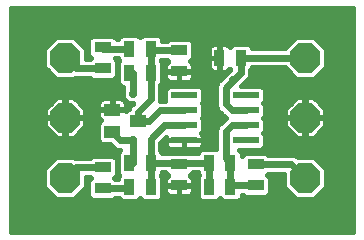
<source format=gtl>
G75*
%MOIN*%
%OFA0B0*%
%FSLAX25Y25*%
%IPPOS*%
%LPD*%
%AMOC8*
5,1,8,0,0,1.08239X$1,22.5*
%
%ADD10R,0.05512X0.03937*%
%ADD11OC8,0.10000*%
%ADD12R,0.08661X0.02362*%
%ADD13R,0.05512X0.03543*%
%ADD14R,0.03543X0.05512*%
%ADD15C,0.01600*%
%ADD16OC8,0.02375*%
%ADD17C,0.02400*%
D10*
X0048396Y0037460D03*
X0057058Y0041200D03*
X0048396Y0044940D03*
D11*
X0032727Y0042200D03*
X0032727Y0022200D03*
X0032727Y0062200D03*
X0112727Y0062200D03*
X0112727Y0042200D03*
X0112727Y0022200D03*
D12*
X0092963Y0034700D03*
X0092963Y0039700D03*
X0092963Y0044700D03*
X0092963Y0049700D03*
X0072491Y0049700D03*
X0072491Y0044700D03*
X0072491Y0039700D03*
X0072491Y0034700D03*
D13*
X0070727Y0026743D03*
X0070727Y0019657D03*
X0096227Y0019657D03*
X0096227Y0026743D03*
X0070727Y0057657D03*
X0070727Y0064743D03*
X0045227Y0065743D03*
X0045227Y0058657D03*
X0045227Y0025743D03*
X0045227Y0018657D03*
D14*
X0054184Y0019200D03*
X0061270Y0019200D03*
X0061270Y0027200D03*
X0054184Y0027200D03*
X0080684Y0027200D03*
X0087770Y0027200D03*
X0087770Y0019200D03*
X0080684Y0019200D03*
X0061270Y0057200D03*
X0054184Y0057200D03*
X0054184Y0065200D03*
X0061270Y0065200D03*
X0084184Y0062200D03*
X0091270Y0062200D03*
D15*
X0014727Y0078940D02*
X0014727Y0004200D01*
X0128837Y0004200D01*
X0128837Y0078940D01*
X0014727Y0078940D01*
X0014727Y0078929D02*
X0128837Y0078929D01*
X0128837Y0077330D02*
X0014727Y0077330D01*
X0014727Y0075732D02*
X0128837Y0075732D01*
X0128837Y0074133D02*
X0014727Y0074133D01*
X0014727Y0072534D02*
X0128837Y0072534D01*
X0128837Y0070936D02*
X0014727Y0070936D01*
X0014727Y0069337D02*
X0041465Y0069337D01*
X0041643Y0069515D02*
X0040471Y0068343D01*
X0040471Y0063143D01*
X0041414Y0062200D01*
X0041071Y0061857D01*
X0039727Y0061857D01*
X0039727Y0065099D01*
X0035627Y0069200D01*
X0029828Y0069200D01*
X0025727Y0065099D01*
X0025727Y0059301D01*
X0029828Y0055200D01*
X0035627Y0055200D01*
X0035883Y0055457D01*
X0041071Y0055457D01*
X0041643Y0054885D01*
X0048811Y0054885D01*
X0049983Y0056057D01*
X0049983Y0061257D01*
X0049240Y0062000D01*
X0050412Y0062000D01*
X0050412Y0061616D01*
X0050828Y0061200D01*
X0050412Y0060784D01*
X0050412Y0053616D01*
X0051584Y0052444D01*
X0052027Y0052444D01*
X0052027Y0049563D01*
X0052040Y0049533D01*
X0052040Y0048880D01*
X0052502Y0048418D01*
X0052514Y0048387D01*
X0053414Y0047487D01*
X0053445Y0047475D01*
X0053907Y0047013D01*
X0054560Y0047013D01*
X0054591Y0047000D01*
X0055242Y0047000D01*
X0054345Y0046103D01*
X0053958Y0045168D01*
X0053473Y0045168D01*
X0052952Y0044647D01*
X0052952Y0044756D01*
X0048581Y0044756D01*
X0048581Y0045124D01*
X0052952Y0045124D01*
X0052952Y0047146D01*
X0052830Y0047603D01*
X0052593Y0048014D01*
X0052257Y0048349D01*
X0051847Y0048586D01*
X0051389Y0048709D01*
X0048581Y0048709D01*
X0048581Y0045124D01*
X0048212Y0045124D01*
X0048212Y0044756D01*
X0043840Y0044756D01*
X0043840Y0042735D01*
X0043963Y0042277D01*
X0044200Y0041866D01*
X0044535Y0041531D01*
X0044776Y0041392D01*
X0043640Y0040257D01*
X0043640Y0034663D01*
X0044812Y0033491D01*
X0047839Y0033491D01*
X0049344Y0031987D01*
X0050520Y0031500D01*
X0051128Y0031500D01*
X0050412Y0030784D01*
X0050412Y0023616D01*
X0050828Y0023200D01*
X0050412Y0022784D01*
X0050412Y0021857D01*
X0049383Y0021857D01*
X0049040Y0022200D01*
X0049983Y0023143D01*
X0049983Y0028343D01*
X0048811Y0029515D01*
X0041643Y0029515D01*
X0041071Y0028943D01*
X0035883Y0028943D01*
X0035627Y0029200D01*
X0029828Y0029200D01*
X0025727Y0025099D01*
X0025727Y0019301D01*
X0029828Y0015200D01*
X0035627Y0015200D01*
X0039727Y0019301D01*
X0039727Y0022543D01*
X0041071Y0022543D01*
X0041414Y0022200D01*
X0040471Y0021257D01*
X0040471Y0016057D01*
X0041643Y0014885D01*
X0048811Y0014885D01*
X0049383Y0015457D01*
X0050571Y0015457D01*
X0051584Y0014444D01*
X0056784Y0014444D01*
X0057727Y0015387D01*
X0058670Y0014444D01*
X0063870Y0014444D01*
X0065042Y0015616D01*
X0065042Y0022784D01*
X0064626Y0023200D01*
X0065042Y0023616D01*
X0065042Y0024000D01*
X0066114Y0024000D01*
X0067107Y0023008D01*
X0066866Y0022869D01*
X0066531Y0022534D01*
X0066294Y0022123D01*
X0066171Y0021665D01*
X0066171Y0019743D01*
X0070641Y0019743D01*
X0070641Y0019571D01*
X0066171Y0019571D01*
X0066171Y0017648D01*
X0066294Y0017190D01*
X0066531Y0016780D01*
X0066866Y0016445D01*
X0067276Y0016208D01*
X0067734Y0016085D01*
X0070641Y0016085D01*
X0070641Y0019571D01*
X0070813Y0019571D01*
X0070813Y0019743D01*
X0075283Y0019743D01*
X0075283Y0021665D01*
X0075160Y0022123D01*
X0074923Y0022534D01*
X0074588Y0022869D01*
X0074347Y0023008D01*
X0075340Y0024000D01*
X0076912Y0024000D01*
X0076912Y0023616D01*
X0077328Y0023200D01*
X0076912Y0022784D01*
X0076912Y0015616D01*
X0078084Y0014444D01*
X0083284Y0014444D01*
X0084227Y0015387D01*
X0085170Y0014444D01*
X0090370Y0014444D01*
X0091542Y0015616D01*
X0091542Y0016457D01*
X0092071Y0016457D01*
X0092643Y0015885D01*
X0099811Y0015885D01*
X0100983Y0017057D01*
X0100983Y0022257D01*
X0100040Y0023200D01*
X0100383Y0023543D01*
X0105727Y0023543D01*
X0105727Y0019301D01*
X0109828Y0015200D01*
X0115627Y0015200D01*
X0119727Y0019301D01*
X0119727Y0025099D01*
X0115627Y0029200D01*
X0110253Y0029200D01*
X0109996Y0029456D01*
X0108820Y0029943D01*
X0100383Y0029943D01*
X0099811Y0030515D01*
X0092643Y0030515D01*
X0091542Y0029414D01*
X0091542Y0030784D01*
X0090807Y0031519D01*
X0098122Y0031519D01*
X0099294Y0032690D01*
X0099294Y0036710D01*
X0098803Y0037200D01*
X0099294Y0037690D01*
X0099294Y0041710D01*
X0098803Y0042200D01*
X0099294Y0042690D01*
X0099294Y0046710D01*
X0098803Y0047200D01*
X0099294Y0047690D01*
X0099294Y0051710D01*
X0098122Y0052881D01*
X0091434Y0052881D01*
X0093983Y0055431D01*
X0094470Y0056607D01*
X0094470Y0058044D01*
X0095042Y0058616D01*
X0095042Y0059000D01*
X0106028Y0059000D01*
X0109828Y0055200D01*
X0115627Y0055200D01*
X0119727Y0059301D01*
X0119727Y0065099D01*
X0115627Y0069200D01*
X0109828Y0069200D01*
X0106028Y0065400D01*
X0095042Y0065400D01*
X0095042Y0065784D01*
X0093870Y0066956D01*
X0088670Y0066956D01*
X0087535Y0065820D01*
X0087396Y0066061D01*
X0087061Y0066396D01*
X0086650Y0066633D01*
X0086192Y0066756D01*
X0084270Y0066756D01*
X0084270Y0062286D01*
X0084098Y0062286D01*
X0084098Y0066756D01*
X0082175Y0066756D01*
X0081717Y0066633D01*
X0081307Y0066396D01*
X0080972Y0066061D01*
X0080735Y0065651D01*
X0080612Y0065193D01*
X0080612Y0062286D01*
X0084098Y0062286D01*
X0084098Y0062114D01*
X0084270Y0062114D01*
X0084270Y0057644D01*
X0086192Y0057644D01*
X0086650Y0057767D01*
X0087061Y0058004D01*
X0087396Y0058339D01*
X0087535Y0058580D01*
X0087808Y0058306D01*
X0086014Y0056513D01*
X0086014Y0056513D01*
X0083514Y0054013D01*
X0083027Y0052837D01*
X0083027Y0046063D01*
X0083514Y0044887D01*
X0084414Y0043987D01*
X0086202Y0042200D01*
X0083514Y0039513D01*
X0083027Y0038337D01*
X0083027Y0031956D01*
X0078084Y0031956D01*
X0076912Y0030784D01*
X0076912Y0030400D01*
X0074426Y0030400D01*
X0074311Y0030515D01*
X0067143Y0030515D01*
X0067028Y0030400D01*
X0065042Y0030400D01*
X0065042Y0030784D01*
X0064470Y0031356D01*
X0064470Y0033918D01*
X0066360Y0035808D01*
X0066360Y0034700D01*
X0072491Y0034700D01*
X0078622Y0034700D01*
X0078622Y0036118D01*
X0078499Y0036576D01*
X0078262Y0036986D01*
X0078190Y0037059D01*
X0078822Y0037690D01*
X0078822Y0041710D01*
X0078331Y0042200D01*
X0078822Y0042690D01*
X0078822Y0046710D01*
X0078331Y0047200D01*
X0078822Y0047690D01*
X0078822Y0051710D01*
X0077650Y0052881D01*
X0067332Y0052881D01*
X0066160Y0051710D01*
X0066160Y0047900D01*
X0064470Y0047900D01*
X0064470Y0053044D01*
X0065042Y0053616D01*
X0065042Y0060784D01*
X0064626Y0061200D01*
X0064970Y0061543D01*
X0066571Y0061543D01*
X0067107Y0061008D01*
X0066866Y0060869D01*
X0066531Y0060534D01*
X0066294Y0060123D01*
X0066171Y0059665D01*
X0066171Y0057743D01*
X0070641Y0057743D01*
X0070641Y0057571D01*
X0066171Y0057571D01*
X0066171Y0055648D01*
X0066294Y0055190D01*
X0066531Y0054780D01*
X0066866Y0054445D01*
X0067276Y0054208D01*
X0067734Y0054085D01*
X0070641Y0054085D01*
X0070641Y0057571D01*
X0070813Y0057571D01*
X0070813Y0057743D01*
X0075283Y0057743D01*
X0075283Y0059665D01*
X0075160Y0060123D01*
X0074923Y0060534D01*
X0074588Y0060869D01*
X0074347Y0061008D01*
X0075483Y0062143D01*
X0075483Y0067343D01*
X0074311Y0068515D01*
X0067143Y0068515D01*
X0066571Y0067943D01*
X0065042Y0067943D01*
X0065042Y0068784D01*
X0063870Y0069956D01*
X0058670Y0069956D01*
X0057727Y0069013D01*
X0056784Y0069956D01*
X0051584Y0069956D01*
X0050412Y0068784D01*
X0050412Y0068400D01*
X0049926Y0068400D01*
X0048811Y0069515D01*
X0041643Y0069515D01*
X0040471Y0067739D02*
X0037088Y0067739D01*
X0038686Y0066140D02*
X0040471Y0066140D01*
X0040471Y0064542D02*
X0039727Y0064542D01*
X0039727Y0062943D02*
X0040671Y0062943D01*
X0049895Y0061345D02*
X0050683Y0061345D01*
X0050412Y0059746D02*
X0049983Y0059746D01*
X0049983Y0058148D02*
X0050412Y0058148D01*
X0050412Y0056549D02*
X0049983Y0056549D01*
X0050412Y0054951D02*
X0048877Y0054951D01*
X0050675Y0053352D02*
X0014727Y0053352D01*
X0014727Y0054951D02*
X0041577Y0054951D01*
X0044946Y0048586D02*
X0044535Y0048349D01*
X0044200Y0048014D01*
X0043963Y0047603D01*
X0043840Y0047146D01*
X0043840Y0045124D01*
X0048212Y0045124D01*
X0048212Y0048709D01*
X0045403Y0048709D01*
X0044946Y0048586D01*
X0044895Y0048557D02*
X0035987Y0048557D01*
X0035544Y0049000D02*
X0032927Y0049000D01*
X0032927Y0042400D01*
X0032527Y0042400D01*
X0032527Y0042000D01*
X0025927Y0042000D01*
X0025927Y0039383D01*
X0029910Y0035400D01*
X0032527Y0035400D01*
X0032527Y0042000D01*
X0032927Y0042000D01*
X0032927Y0035400D01*
X0035544Y0035400D01*
X0039527Y0039383D01*
X0039527Y0042000D01*
X0032927Y0042000D01*
X0032927Y0042400D01*
X0039527Y0042400D01*
X0039527Y0045017D01*
X0035544Y0049000D01*
X0032927Y0048557D02*
X0032527Y0048557D01*
X0032527Y0049000D02*
X0029910Y0049000D01*
X0025927Y0045017D01*
X0025927Y0042400D01*
X0032527Y0042400D01*
X0032527Y0049000D01*
X0032527Y0046958D02*
X0032927Y0046958D01*
X0032927Y0045360D02*
X0032527Y0045360D01*
X0032527Y0043761D02*
X0032927Y0043761D01*
X0032927Y0042163D02*
X0044029Y0042163D01*
X0043948Y0040564D02*
X0039527Y0040564D01*
X0039109Y0038966D02*
X0043640Y0038966D01*
X0043640Y0037367D02*
X0037511Y0037367D01*
X0035912Y0035769D02*
X0043640Y0035769D01*
X0044133Y0034170D02*
X0014727Y0034170D01*
X0014727Y0032572D02*
X0048759Y0032572D01*
X0050601Y0030973D02*
X0014727Y0030973D01*
X0014727Y0029375D02*
X0041502Y0029375D01*
X0048952Y0029375D02*
X0050412Y0029375D01*
X0050412Y0027776D02*
X0049983Y0027776D01*
X0049983Y0026178D02*
X0050412Y0026178D01*
X0050412Y0024579D02*
X0049983Y0024579D01*
X0049820Y0022981D02*
X0050608Y0022981D01*
X0040596Y0021382D02*
X0039727Y0021382D01*
X0039727Y0019784D02*
X0040471Y0019784D01*
X0040471Y0018185D02*
X0038612Y0018185D01*
X0037013Y0016587D02*
X0040471Y0016587D01*
X0041540Y0014988D02*
X0014727Y0014988D01*
X0014727Y0013390D02*
X0128837Y0013390D01*
X0128837Y0014988D02*
X0090914Y0014988D01*
X0084626Y0014988D02*
X0083828Y0014988D01*
X0077540Y0014988D02*
X0064414Y0014988D01*
X0065042Y0016587D02*
X0066724Y0016587D01*
X0066171Y0018185D02*
X0065042Y0018185D01*
X0065042Y0019784D02*
X0066171Y0019784D01*
X0066171Y0021382D02*
X0065042Y0021382D01*
X0064846Y0022981D02*
X0067060Y0022981D01*
X0070813Y0019571D02*
X0070813Y0016085D01*
X0073720Y0016085D01*
X0074178Y0016208D01*
X0074588Y0016445D01*
X0074923Y0016780D01*
X0075160Y0017190D01*
X0075283Y0017648D01*
X0075283Y0019571D01*
X0070813Y0019571D01*
X0070813Y0018185D02*
X0070641Y0018185D01*
X0070641Y0016587D02*
X0070813Y0016587D01*
X0074730Y0016587D02*
X0076912Y0016587D01*
X0076912Y0018185D02*
X0075283Y0018185D01*
X0075283Y0019784D02*
X0076912Y0019784D01*
X0076912Y0021382D02*
X0075283Y0021382D01*
X0074394Y0022981D02*
X0077108Y0022981D01*
X0077101Y0030973D02*
X0064853Y0030973D01*
X0066720Y0032414D02*
X0067055Y0032079D01*
X0067465Y0031842D01*
X0067923Y0031719D01*
X0072491Y0031719D01*
X0077058Y0031719D01*
X0077516Y0031842D01*
X0077927Y0032079D01*
X0078262Y0032414D01*
X0078499Y0032824D01*
X0078622Y0033282D01*
X0078622Y0034700D01*
X0072491Y0034700D01*
X0072491Y0034700D01*
X0072491Y0031719D01*
X0072491Y0034700D01*
X0072491Y0034700D01*
X0066360Y0034700D01*
X0066360Y0033282D01*
X0066483Y0032824D01*
X0066720Y0032414D01*
X0066628Y0032572D02*
X0064470Y0032572D01*
X0064723Y0034170D02*
X0066360Y0034170D01*
X0066321Y0035769D02*
X0066360Y0035769D01*
X0072491Y0034700D02*
X0072491Y0034700D01*
X0072491Y0034170D02*
X0072491Y0034170D01*
X0072491Y0032572D02*
X0072491Y0032572D01*
X0078353Y0032572D02*
X0083027Y0032572D01*
X0083027Y0034170D02*
X0078622Y0034170D01*
X0078622Y0035769D02*
X0083027Y0035769D01*
X0083027Y0037367D02*
X0078498Y0037367D01*
X0078822Y0038966D02*
X0083288Y0038966D01*
X0084566Y0040564D02*
X0078822Y0040564D01*
X0078368Y0042163D02*
X0086164Y0042163D01*
X0084640Y0043761D02*
X0078822Y0043761D01*
X0078822Y0045360D02*
X0083318Y0045360D01*
X0083027Y0046958D02*
X0078573Y0046958D01*
X0078822Y0048557D02*
X0083027Y0048557D01*
X0083027Y0050155D02*
X0078822Y0050155D01*
X0078777Y0051754D02*
X0083027Y0051754D01*
X0083241Y0053352D02*
X0064779Y0053352D01*
X0065042Y0054951D02*
X0066432Y0054951D01*
X0066171Y0056549D02*
X0065042Y0056549D01*
X0065042Y0058148D02*
X0066171Y0058148D01*
X0066193Y0059746D02*
X0065042Y0059746D01*
X0064771Y0061345D02*
X0066769Y0061345D01*
X0070813Y0057571D02*
X0070813Y0054085D01*
X0073720Y0054085D01*
X0074178Y0054208D01*
X0074588Y0054445D01*
X0074923Y0054780D01*
X0075160Y0055190D01*
X0075283Y0055648D01*
X0075283Y0057571D01*
X0070813Y0057571D01*
X0070813Y0056549D02*
X0070641Y0056549D01*
X0070641Y0054951D02*
X0070813Y0054951D01*
X0075022Y0054951D02*
X0084452Y0054951D01*
X0086051Y0056549D02*
X0075283Y0056549D01*
X0075283Y0058148D02*
X0081163Y0058148D01*
X0081307Y0058004D02*
X0081717Y0057767D01*
X0082175Y0057644D01*
X0084098Y0057644D01*
X0084098Y0062114D01*
X0080612Y0062114D01*
X0080612Y0059207D01*
X0080735Y0058749D01*
X0080972Y0058339D01*
X0081307Y0058004D01*
X0080612Y0059746D02*
X0075261Y0059746D01*
X0074685Y0061345D02*
X0080612Y0061345D01*
X0080612Y0062943D02*
X0075483Y0062943D01*
X0075483Y0064542D02*
X0080612Y0064542D01*
X0081051Y0066140D02*
X0075483Y0066140D01*
X0075087Y0067739D02*
X0108367Y0067739D01*
X0106768Y0066140D02*
X0094686Y0066140D01*
X0087855Y0066140D02*
X0087316Y0066140D01*
X0084270Y0066140D02*
X0084098Y0066140D01*
X0084098Y0064542D02*
X0084270Y0064542D01*
X0084270Y0062943D02*
X0084098Y0062943D01*
X0084098Y0061345D02*
X0084270Y0061345D01*
X0084270Y0059746D02*
X0084098Y0059746D01*
X0084098Y0058148D02*
X0084270Y0058148D01*
X0087205Y0058148D02*
X0087649Y0058148D01*
X0091905Y0053352D02*
X0128837Y0053352D01*
X0128837Y0054951D02*
X0093503Y0054951D01*
X0094447Y0056549D02*
X0108478Y0056549D01*
X0106880Y0058148D02*
X0094574Y0058148D01*
X0099250Y0051754D02*
X0128837Y0051754D01*
X0128837Y0050155D02*
X0099294Y0050155D01*
X0099294Y0048557D02*
X0109467Y0048557D01*
X0109910Y0049000D02*
X0105927Y0045017D01*
X0105927Y0042400D01*
X0112527Y0042400D01*
X0112527Y0042000D01*
X0105927Y0042000D01*
X0105927Y0039383D01*
X0109910Y0035400D01*
X0112527Y0035400D01*
X0112527Y0042000D01*
X0112927Y0042000D01*
X0112927Y0035400D01*
X0115544Y0035400D01*
X0119527Y0039383D01*
X0119527Y0042000D01*
X0112927Y0042000D01*
X0112927Y0042400D01*
X0112527Y0042400D01*
X0112527Y0049000D01*
X0109910Y0049000D01*
X0112527Y0048557D02*
X0112927Y0048557D01*
X0112927Y0049000D02*
X0115544Y0049000D01*
X0119527Y0045017D01*
X0119527Y0042400D01*
X0112927Y0042400D01*
X0112927Y0049000D01*
X0112927Y0046958D02*
X0112527Y0046958D01*
X0112527Y0045360D02*
X0112927Y0045360D01*
X0112927Y0043761D02*
X0112527Y0043761D01*
X0112527Y0042163D02*
X0098841Y0042163D01*
X0099294Y0043761D02*
X0105927Y0043761D01*
X0106270Y0045360D02*
X0099294Y0045360D01*
X0099045Y0046958D02*
X0107869Y0046958D01*
X0112927Y0042163D02*
X0128837Y0042163D01*
X0128837Y0043761D02*
X0119527Y0043761D01*
X0119184Y0045360D02*
X0128837Y0045360D01*
X0128837Y0046958D02*
X0117585Y0046958D01*
X0115987Y0048557D02*
X0128837Y0048557D01*
X0128837Y0056549D02*
X0116976Y0056549D01*
X0118574Y0058148D02*
X0128837Y0058148D01*
X0128837Y0059746D02*
X0119727Y0059746D01*
X0119727Y0061345D02*
X0128837Y0061345D01*
X0128837Y0062943D02*
X0119727Y0062943D01*
X0119727Y0064542D02*
X0128837Y0064542D01*
X0128837Y0066140D02*
X0118686Y0066140D01*
X0117088Y0067739D02*
X0128837Y0067739D01*
X0128837Y0069337D02*
X0064489Y0069337D01*
X0058052Y0069337D02*
X0057402Y0069337D01*
X0050965Y0069337D02*
X0048989Y0069337D01*
X0028367Y0067739D02*
X0014727Y0067739D01*
X0014727Y0066140D02*
X0026768Y0066140D01*
X0025727Y0064542D02*
X0014727Y0064542D01*
X0014727Y0062943D02*
X0025727Y0062943D01*
X0025727Y0061345D02*
X0014727Y0061345D01*
X0014727Y0059746D02*
X0025727Y0059746D01*
X0026880Y0058148D02*
X0014727Y0058148D01*
X0014727Y0056549D02*
X0028478Y0056549D01*
X0029467Y0048557D02*
X0014727Y0048557D01*
X0014727Y0050155D02*
X0052027Y0050155D01*
X0051898Y0048557D02*
X0052363Y0048557D01*
X0052952Y0046958D02*
X0055200Y0046958D01*
X0054037Y0045360D02*
X0052952Y0045360D01*
X0048581Y0045360D02*
X0048212Y0045360D01*
X0048212Y0046958D02*
X0048581Y0046958D01*
X0048581Y0048557D02*
X0048212Y0048557D01*
X0043840Y0046958D02*
X0037585Y0046958D01*
X0039184Y0045360D02*
X0043840Y0045360D01*
X0043840Y0043761D02*
X0039527Y0043761D01*
X0032527Y0042163D02*
X0014727Y0042163D01*
X0014727Y0043761D02*
X0025927Y0043761D01*
X0026270Y0045360D02*
X0014727Y0045360D01*
X0014727Y0046958D02*
X0027869Y0046958D01*
X0025927Y0040564D02*
X0014727Y0040564D01*
X0014727Y0038966D02*
X0026345Y0038966D01*
X0027943Y0037367D02*
X0014727Y0037367D01*
X0014727Y0035769D02*
X0029542Y0035769D01*
X0032527Y0035769D02*
X0032927Y0035769D01*
X0032927Y0037367D02*
X0032527Y0037367D01*
X0032527Y0038966D02*
X0032927Y0038966D01*
X0032927Y0040564D02*
X0032527Y0040564D01*
X0028404Y0027776D02*
X0014727Y0027776D01*
X0014727Y0026178D02*
X0026805Y0026178D01*
X0025727Y0024579D02*
X0014727Y0024579D01*
X0014727Y0022981D02*
X0025727Y0022981D01*
X0025727Y0021382D02*
X0014727Y0021382D01*
X0014727Y0019784D02*
X0025727Y0019784D01*
X0026842Y0018185D02*
X0014727Y0018185D01*
X0014727Y0016587D02*
X0028441Y0016587D01*
X0014727Y0011791D02*
X0128837Y0011791D01*
X0128837Y0010193D02*
X0014727Y0010193D01*
X0014727Y0008594D02*
X0128837Y0008594D01*
X0128837Y0006996D02*
X0014727Y0006996D01*
X0014727Y0005397D02*
X0128837Y0005397D01*
X0128837Y0016587D02*
X0117013Y0016587D01*
X0118612Y0018185D02*
X0128837Y0018185D01*
X0128837Y0019784D02*
X0119727Y0019784D01*
X0119727Y0021382D02*
X0128837Y0021382D01*
X0128837Y0022981D02*
X0119727Y0022981D01*
X0119727Y0024579D02*
X0128837Y0024579D01*
X0128837Y0026178D02*
X0118649Y0026178D01*
X0117050Y0027776D02*
X0128837Y0027776D01*
X0128837Y0029375D02*
X0110078Y0029375D01*
X0105727Y0022981D02*
X0100259Y0022981D01*
X0100983Y0021382D02*
X0105727Y0021382D01*
X0105727Y0019784D02*
X0100983Y0019784D01*
X0100983Y0018185D02*
X0106842Y0018185D01*
X0108441Y0016587D02*
X0100513Y0016587D01*
X0091353Y0030973D02*
X0128837Y0030973D01*
X0128837Y0032572D02*
X0099175Y0032572D01*
X0099294Y0034170D02*
X0128837Y0034170D01*
X0128837Y0035769D02*
X0115912Y0035769D01*
X0117511Y0037367D02*
X0128837Y0037367D01*
X0128837Y0038966D02*
X0119109Y0038966D01*
X0119527Y0040564D02*
X0128837Y0040564D01*
X0112927Y0040564D02*
X0112527Y0040564D01*
X0112527Y0038966D02*
X0112927Y0038966D01*
X0112927Y0037367D02*
X0112527Y0037367D01*
X0112527Y0035769D02*
X0112927Y0035769D01*
X0109542Y0035769D02*
X0099294Y0035769D01*
X0098971Y0037367D02*
X0107943Y0037367D01*
X0106345Y0038966D02*
X0099294Y0038966D01*
X0099294Y0040564D02*
X0105927Y0040564D01*
X0066160Y0048557D02*
X0064470Y0048557D01*
X0064470Y0050155D02*
X0066160Y0050155D01*
X0066204Y0051754D02*
X0064470Y0051754D01*
X0052027Y0051754D02*
X0014727Y0051754D01*
X0048914Y0014988D02*
X0051040Y0014988D01*
X0057328Y0014988D02*
X0058126Y0014988D01*
D16*
X0065227Y0009700D03*
X0050227Y0009700D03*
X0035227Y0009700D03*
X0020227Y0009700D03*
X0041227Y0034700D03*
X0055227Y0034700D03*
X0055227Y0050200D03*
X0041227Y0049700D03*
X0035227Y0074700D03*
X0050227Y0074700D03*
X0065227Y0074700D03*
X0077727Y0065200D03*
X0077727Y0059700D03*
X0088727Y0054700D03*
X0080727Y0049700D03*
X0080727Y0042200D03*
X0080727Y0034700D03*
X0080227Y0009700D03*
X0095227Y0009700D03*
X0110227Y0009700D03*
X0125227Y0009700D03*
X0125227Y0074700D03*
X0110227Y0074700D03*
X0095227Y0074700D03*
X0080227Y0074700D03*
X0020227Y0074700D03*
D17*
X0032727Y0062200D02*
X0036270Y0058657D01*
X0045227Y0058657D01*
X0045227Y0065200D02*
X0054184Y0065200D01*
X0061270Y0065200D02*
X0061270Y0057200D01*
X0061270Y0048503D01*
X0057058Y0044291D01*
X0057058Y0041200D01*
X0060727Y0041200D01*
X0064227Y0044700D01*
X0072491Y0044700D01*
X0072491Y0039700D02*
X0065727Y0039700D01*
X0061270Y0035243D01*
X0061270Y0027200D01*
X0061270Y0019200D01*
X0054184Y0019200D02*
X0054184Y0018657D01*
X0045227Y0018657D01*
X0045227Y0025743D02*
X0036270Y0025743D01*
X0032727Y0022200D01*
X0048396Y0037460D02*
X0051156Y0034700D01*
X0055227Y0034700D01*
X0055227Y0027200D01*
X0054184Y0027200D01*
X0061270Y0027200D02*
X0070727Y0027200D01*
X0080684Y0027200D01*
X0080684Y0019200D01*
X0087770Y0019200D02*
X0087770Y0027200D01*
X0086227Y0028743D01*
X0086227Y0037700D01*
X0088227Y0039700D01*
X0092963Y0039700D01*
X0092963Y0044700D02*
X0088227Y0044700D01*
X0086227Y0046700D01*
X0086227Y0052200D01*
X0088727Y0054700D01*
X0091270Y0057243D01*
X0091270Y0062200D01*
X0112727Y0062200D01*
X0070727Y0064743D02*
X0061270Y0064743D01*
X0061270Y0065200D01*
X0055227Y0057200D02*
X0055227Y0050200D01*
X0055227Y0057200D02*
X0054184Y0057200D01*
X0045227Y0065200D02*
X0045227Y0065743D01*
X0070727Y0027200D02*
X0070727Y0026743D01*
X0087770Y0019657D02*
X0096227Y0019657D01*
X0087770Y0019657D02*
X0087770Y0019200D01*
X0096227Y0026743D02*
X0108184Y0026743D01*
X0112727Y0022200D01*
M02*

</source>
